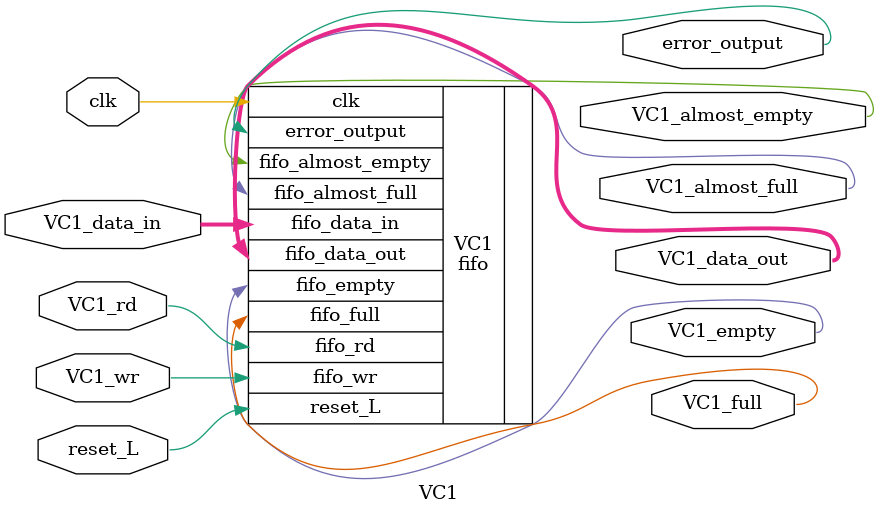
<source format=v>
`include "fifo.v"
module VC1 #(
parameter		BW16=16,	// Byte/data width
parameter [3:0]	LEN=6,
parameter TOL = 1)
    (
	input				clk, reset_L,
	input				VC1_wr,
	input	 [(BW16-1):0]	VC1_data_in,
	input				VC1_rd,
	output	[(BW16-1):0]	VC1_data_out,
	output  			error_output,
	output   				VC1_full,
	output   				VC1_empty,
	output   				VC1_almost_full,
	output   				VC1_almost_empty);

fifo #(.BW(BW16), .LEN(LEN), .TOL(TOL)) VC1  (
	 // Outputs
	 .fifo_data_out			(VC1_data_out[(BW16-1):0]),
	 .error_output			(error_output),
	 .fifo_full			(VC1_full),
	 .fifo_empty			(VC1_empty),
	 .fifo_almost_full		(VC1_almost_full),
	 .fifo_almost_empty		(VC1_almost_empty),
	 // Inputs
	 .clk				(clk),
	 .reset_L			(reset_L),
	 .fifo_wr			(VC1_wr),
	 .fifo_data_in			(VC1_data_in[(BW16-1):0]),
	 .fifo_rd			(VC1_rd)) ;

endmodule

</source>
